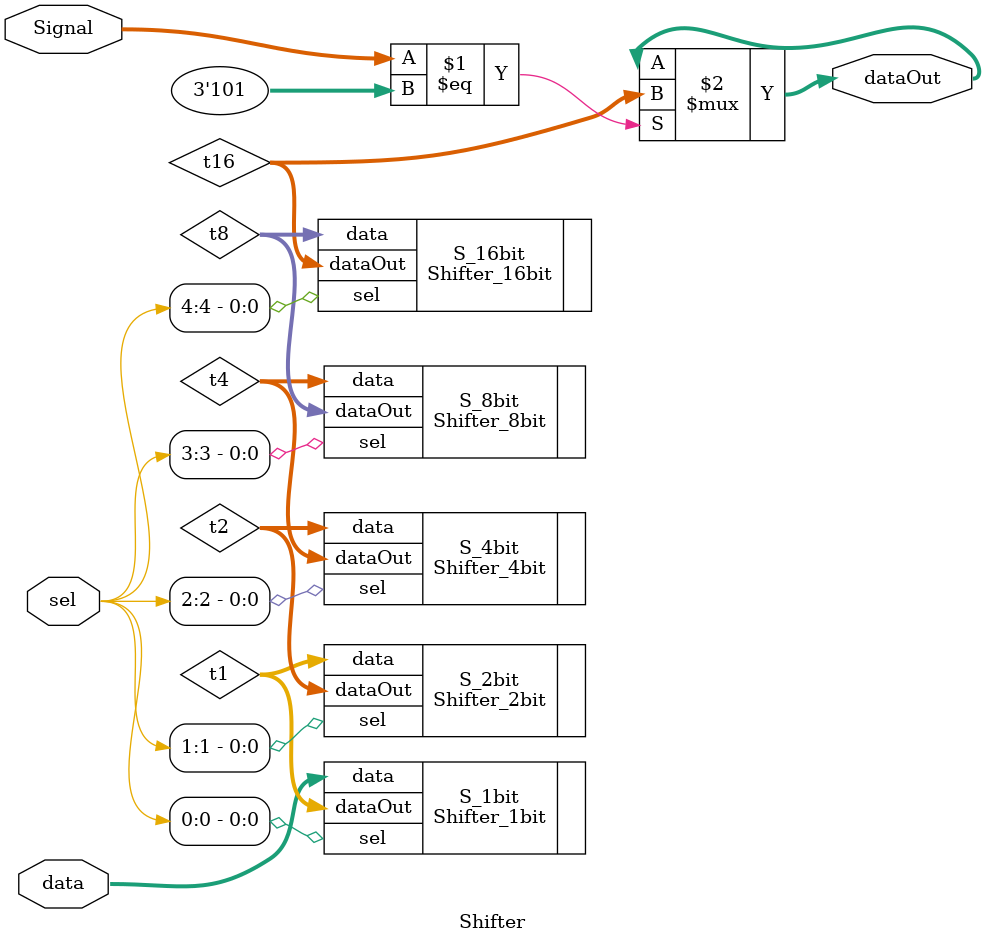
<source format=v>
`timescale 1ns/1ns
module Shifter( data, sel, dataOut, Signal ) ;
	input [31:0] data ;
	input [4:0] sel ;
	input [2:0] Signal ;
	output [31:0] dataOut ;
	wire [31:0] data, dataOut ;
	wire [31:0] t1, t2, t4, t8, t16 ;

	parameter SRL = 3'b101;

	
	Shifter_1bit S_1bit( .data(data), .sel( sel[0] ), .dataOut( t1 ) ) ;
	Shifter_2bit S_2bit( .data(t1), .sel( sel[1] ), .dataOut( t2 ) ) ;
	Shifter_4bit S_4bit( .data(t2), .sel( sel[2] ), .dataOut( t4 ) ) ;
	Shifter_8bit S_8bit( .data(t4), .sel( sel[3] ), .dataOut( t8 ) ) ;
	Shifter_16bit S_16bit( .data(t8), .sel( sel[4] ), .dataOut( t16 ) ) ;

	assign dataOut = ( Signal == SRL ) ? t16 : dataOut ; 


endmodule
</source>
